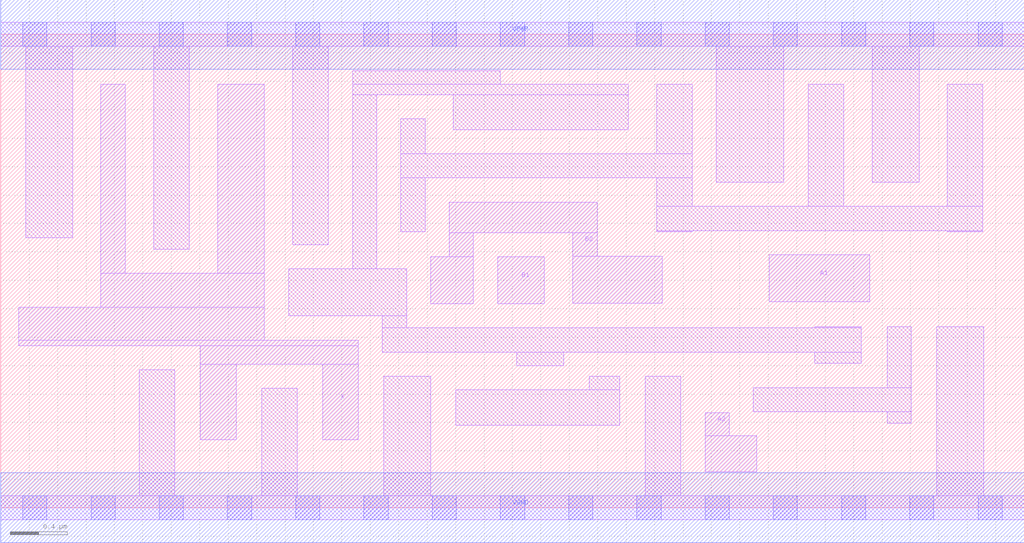
<source format=lef>
# Copyright 2020 The SkyWater PDK Authors
#
# Licensed under the Apache License, Version 2.0 (the "License");
# you may not use this file except in compliance with the License.
# You may obtain a copy of the License at
#
#     https://www.apache.org/licenses/LICENSE-2.0
#
# Unless required by applicable law or agreed to in writing, software
# distributed under the License is distributed on an "AS IS" BASIS,
# WITHOUT WARRANTIES OR CONDITIONS OF ANY KIND, either express or implied.
# See the License for the specific language governing permissions and
# limitations under the License.
#
# SPDX-License-Identifier: Apache-2.0

VERSION 5.7 ;
  NOWIREEXTENSIONATPIN ON ;
  DIVIDERCHAR "/" ;
  BUSBITCHARS "[]" ;
UNITS
  DATABASE MICRONS 200 ;
END UNITS
MACRO sky130_fd_sc_hs__a22o_4
  CLASS CORE ;
  FOREIGN sky130_fd_sc_hs__a22o_4 ;
  ORIGIN  0.000000  0.000000 ;
  SIZE  7.200000 BY  3.330000 ;
  SYMMETRY X Y ;
  SITE unit ;
  PIN A1
    ANTENNAGATEAREA  0.492000 ;
    DIRECTION INPUT ;
    USE SIGNAL ;
    PORT
      LAYER li1 ;
        RECT 5.405000 1.450000 6.115000 1.780000 ;
    END
  END A1
  PIN A2
    ANTENNAGATEAREA  0.492000 ;
    DIRECTION INPUT ;
    USE SIGNAL ;
    PORT
      LAYER li1 ;
        RECT 4.955000 0.255000 5.320000 0.505000 ;
        RECT 4.955000 0.505000 5.125000 0.670000 ;
    END
  END A2
  PIN B1
    ANTENNAGATEAREA  0.492000 ;
    DIRECTION INPUT ;
    USE SIGNAL ;
    PORT
      LAYER li1 ;
        RECT 3.495000 1.435000 3.825000 1.765000 ;
    END
  END B1
  PIN B2
    ANTENNAGATEAREA  0.492000 ;
    DIRECTION INPUT ;
    USE SIGNAL ;
    PORT
      LAYER li1 ;
        RECT 3.025000 1.435000 3.325000 1.765000 ;
        RECT 3.155000 1.765000 3.325000 1.935000 ;
        RECT 3.155000 1.935000 4.195000 2.150000 ;
        RECT 4.025000 1.440000 4.655000 1.770000 ;
        RECT 4.025000 1.770000 4.195000 1.935000 ;
    END
  END B2
  PIN X
    ANTENNADIFFAREA  1.086400 ;
    DIRECTION OUTPUT ;
    USE SIGNAL ;
    PORT
      LAYER li1 ;
        RECT 0.125000 1.140000 2.515000 1.180000 ;
        RECT 0.125000 1.180000 1.855000 1.410000 ;
        RECT 0.705000 1.410000 1.855000 1.650000 ;
        RECT 0.705000 1.650000 0.875000 2.980000 ;
        RECT 1.405000 0.480000 1.655000 1.010000 ;
        RECT 1.405000 1.010000 2.515000 1.140000 ;
        RECT 1.525000 1.650000 1.855000 2.980000 ;
        RECT 2.265000 0.480000 2.515000 1.010000 ;
    END
  END X
  PIN VGND
    DIRECTION INOUT ;
    USE GROUND ;
    PORT
      LAYER met1 ;
        RECT 0.000000 -0.245000 7.200000 0.245000 ;
    END
  END VGND
  PIN VPWR
    DIRECTION INOUT ;
    USE POWER ;
    PORT
      LAYER met1 ;
        RECT 0.000000 3.085000 7.200000 3.575000 ;
    END
  END VPWR
  OBS
    LAYER li1 ;
      RECT 0.000000 -0.085000 7.200000 0.085000 ;
      RECT 0.000000  3.245000 7.200000 3.415000 ;
      RECT 0.175000  1.900000 0.505000 3.245000 ;
      RECT 0.975000  0.085000 1.225000 0.970000 ;
      RECT 1.075000  1.820000 1.325000 3.245000 ;
      RECT 1.835000  0.085000 2.085000 0.840000 ;
      RECT 2.025000  1.350000 2.855000 1.680000 ;
      RECT 2.055000  1.850000 2.305000 3.245000 ;
      RECT 2.475000  1.680000 2.645000 2.905000 ;
      RECT 2.475000  2.905000 4.415000 2.980000 ;
      RECT 2.475000  2.980000 3.515000 3.075000 ;
      RECT 2.685000  1.095000 6.055000 1.265000 ;
      RECT 2.685000  1.265000 2.855000 1.350000 ;
      RECT 2.695000  0.085000 3.025000 0.925000 ;
      RECT 2.815000  1.940000 2.985000 2.320000 ;
      RECT 2.815000  2.320000 4.865000 2.490000 ;
      RECT 2.815000  2.490000 2.985000 2.735000 ;
      RECT 3.185000  2.660000 4.415000 2.905000 ;
      RECT 3.200000  0.580000 4.355000 0.830000 ;
      RECT 3.630000  1.000000 3.960000 1.095000 ;
      RECT 4.140000  0.830000 4.355000 0.925000 ;
      RECT 4.535000  0.085000 4.785000 0.925000 ;
      RECT 4.615000  1.940000 4.865000 1.950000 ;
      RECT 4.615000  1.950000 6.910000 2.120000 ;
      RECT 4.615000  2.120000 4.865000 2.320000 ;
      RECT 4.615000  2.490000 4.865000 2.980000 ;
      RECT 5.035000  2.290000 5.510000 3.245000 ;
      RECT 5.295000  0.675000 6.405000 0.845000 ;
      RECT 5.680000  2.120000 5.930000 2.980000 ;
      RECT 5.725000  1.015000 6.055000 1.095000 ;
      RECT 5.725000  1.265000 6.055000 1.275000 ;
      RECT 6.130000  2.290000 6.460000 3.245000 ;
      RECT 6.235000  0.595000 6.405000 0.675000 ;
      RECT 6.235000  0.845000 6.405000 1.275000 ;
      RECT 6.585000  0.085000 6.915000 1.275000 ;
      RECT 6.660000  1.940000 6.910000 1.950000 ;
      RECT 6.660000  2.120000 6.910000 2.980000 ;
    LAYER mcon ;
      RECT 0.155000 -0.085000 0.325000 0.085000 ;
      RECT 0.155000  3.245000 0.325000 3.415000 ;
      RECT 0.635000 -0.085000 0.805000 0.085000 ;
      RECT 0.635000  3.245000 0.805000 3.415000 ;
      RECT 1.115000 -0.085000 1.285000 0.085000 ;
      RECT 1.115000  3.245000 1.285000 3.415000 ;
      RECT 1.595000 -0.085000 1.765000 0.085000 ;
      RECT 1.595000  3.245000 1.765000 3.415000 ;
      RECT 2.075000 -0.085000 2.245000 0.085000 ;
      RECT 2.075000  3.245000 2.245000 3.415000 ;
      RECT 2.555000 -0.085000 2.725000 0.085000 ;
      RECT 2.555000  3.245000 2.725000 3.415000 ;
      RECT 3.035000 -0.085000 3.205000 0.085000 ;
      RECT 3.035000  3.245000 3.205000 3.415000 ;
      RECT 3.515000 -0.085000 3.685000 0.085000 ;
      RECT 3.515000  3.245000 3.685000 3.415000 ;
      RECT 3.995000 -0.085000 4.165000 0.085000 ;
      RECT 3.995000  3.245000 4.165000 3.415000 ;
      RECT 4.475000 -0.085000 4.645000 0.085000 ;
      RECT 4.475000  3.245000 4.645000 3.415000 ;
      RECT 4.955000 -0.085000 5.125000 0.085000 ;
      RECT 4.955000  3.245000 5.125000 3.415000 ;
      RECT 5.435000 -0.085000 5.605000 0.085000 ;
      RECT 5.435000  3.245000 5.605000 3.415000 ;
      RECT 5.915000 -0.085000 6.085000 0.085000 ;
      RECT 5.915000  3.245000 6.085000 3.415000 ;
      RECT 6.395000 -0.085000 6.565000 0.085000 ;
      RECT 6.395000  3.245000 6.565000 3.415000 ;
      RECT 6.875000 -0.085000 7.045000 0.085000 ;
      RECT 6.875000  3.245000 7.045000 3.415000 ;
  END
END sky130_fd_sc_hs__a22o_4
END LIBRARY

</source>
